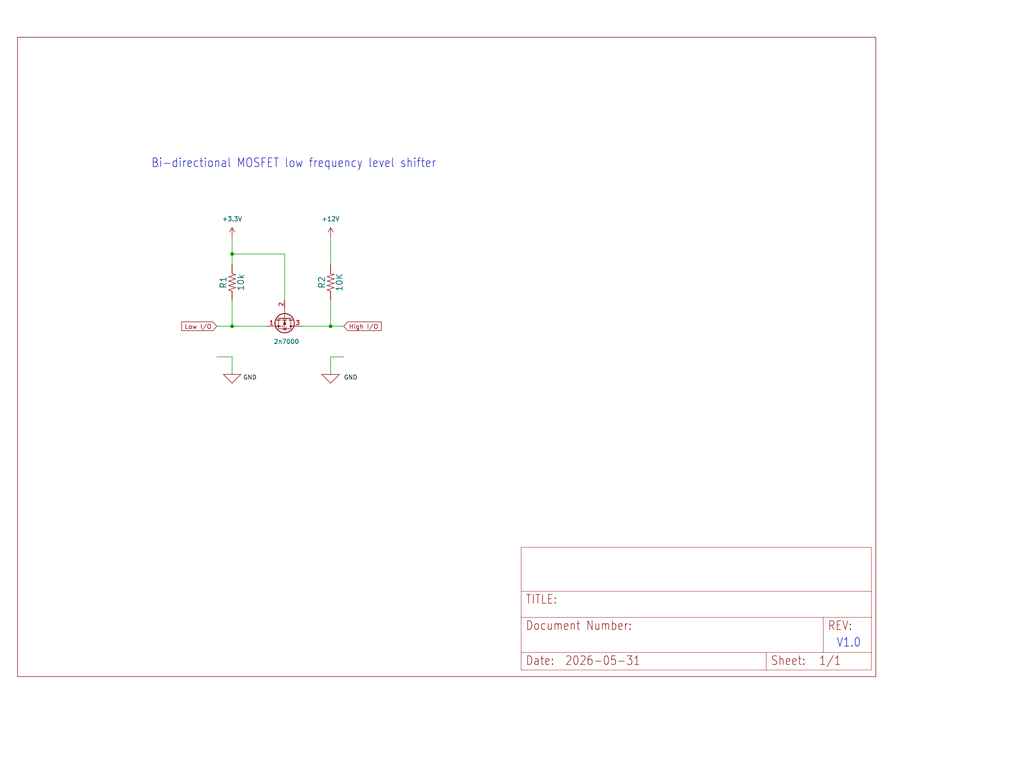
<source format=kicad_sch>
(kicad_sch (version 20230121) (generator eeschema)

  (uuid 07bc8a43-ef34-40fe-8ba7-fddfcc73abd4)

  (paper "User" 297.002 223.571)

  (lib_symbols
    (symbol "Transistor_FET:2N7000" (pin_names hide) (in_bom yes) (on_board yes)
      (property "Reference" "Q" (at 5.08 1.905 0)
        (effects (font (size 1.27 1.27)) (justify left))
      )
      (property "Value" "2N7000" (at 5.08 0 0)
        (effects (font (size 1.27 1.27)) (justify left))
      )
      (property "Footprint" "Package_TO_SOT_THT:TO-92_Inline" (at 5.08 -1.905 0)
        (effects (font (size 1.27 1.27) italic) (justify left) hide)
      )
      (property "Datasheet" "https://www.vishay.com/docs/70226/70226.pdf" (at 0 0 0)
        (effects (font (size 1.27 1.27)) (justify left) hide)
      )
      (property "ki_keywords" "N-Channel MOSFET Logic-Level" (at 0 0 0)
        (effects (font (size 1.27 1.27)) hide)
      )
      (property "ki_description" "0.2A Id, 200V Vds, N-Channel MOSFET, 2.6V Logic Level, TO-92" (at 0 0 0)
        (effects (font (size 1.27 1.27)) hide)
      )
      (property "ki_fp_filters" "TO?92*" (at 0 0 0)
        (effects (font (size 1.27 1.27)) hide)
      )
      (symbol "2N7000_0_1"
        (polyline
          (pts
            (xy 0.254 0)
            (xy -2.54 0)
          )
          (stroke (width 0) (type default))
          (fill (type none))
        )
        (polyline
          (pts
            (xy 0.254 1.905)
            (xy 0.254 -1.905)
          )
          (stroke (width 0.254) (type default))
          (fill (type none))
        )
        (polyline
          (pts
            (xy 0.762 -1.27)
            (xy 0.762 -2.286)
          )
          (stroke (width 0.254) (type default))
          (fill (type none))
        )
        (polyline
          (pts
            (xy 0.762 0.508)
            (xy 0.762 -0.508)
          )
          (stroke (width 0.254) (type default))
          (fill (type none))
        )
        (polyline
          (pts
            (xy 0.762 2.286)
            (xy 0.762 1.27)
          )
          (stroke (width 0.254) (type default))
          (fill (type none))
        )
        (polyline
          (pts
            (xy 2.54 2.54)
            (xy 2.54 1.778)
          )
          (stroke (width 0) (type default))
          (fill (type none))
        )
        (polyline
          (pts
            (xy 2.54 -2.54)
            (xy 2.54 0)
            (xy 0.762 0)
          )
          (stroke (width 0) (type default))
          (fill (type none))
        )
        (polyline
          (pts
            (xy 0.762 -1.778)
            (xy 3.302 -1.778)
            (xy 3.302 1.778)
            (xy 0.762 1.778)
          )
          (stroke (width 0) (type default))
          (fill (type none))
        )
        (polyline
          (pts
            (xy 1.016 0)
            (xy 2.032 0.381)
            (xy 2.032 -0.381)
            (xy 1.016 0)
          )
          (stroke (width 0) (type default))
          (fill (type outline))
        )
        (polyline
          (pts
            (xy 2.794 0.508)
            (xy 2.921 0.381)
            (xy 3.683 0.381)
            (xy 3.81 0.254)
          )
          (stroke (width 0) (type default))
          (fill (type none))
        )
        (polyline
          (pts
            (xy 3.302 0.381)
            (xy 2.921 -0.254)
            (xy 3.683 -0.254)
            (xy 3.302 0.381)
          )
          (stroke (width 0) (type default))
          (fill (type none))
        )
        (circle (center 1.651 0) (radius 2.794)
          (stroke (width 0.254) (type default))
          (fill (type none))
        )
        (circle (center 2.54 -1.778) (radius 0.254)
          (stroke (width 0) (type default))
          (fill (type outline))
        )
        (circle (center 2.54 1.778) (radius 0.254)
          (stroke (width 0) (type default))
          (fill (type outline))
        )
      )
      (symbol "2N7000_1_1"
        (pin passive line (at 2.54 -5.08 90) (length 2.54)
          (name "S" (effects (font (size 1.27 1.27))))
          (number "1" (effects (font (size 1.27 1.27))))
        )
        (pin input line (at -5.08 0 0) (length 2.54)
          (name "G" (effects (font (size 1.27 1.27))))
          (number "2" (effects (font (size 1.27 1.27))))
        )
        (pin passive line (at 2.54 5.08 270) (length 2.54)
          (name "D" (effects (font (size 1.27 1.27))))
          (number "3" (effects (font (size 1.27 1.27))))
        )
      )
    )
    (symbol "bi-directional_mosfet_level_shifter-eagle-import:10KOHM-HORIZ_KIT-1/4W-1%" (in_bom yes) (on_board yes)
      (property "Reference" "R" (at 0 1.524 0)
        (effects (font (size 1.778 1.778)) (justify bottom))
      )
      (property "Value" "" (at 0 -1.524 0)
        (effects (font (size 1.778 1.778)) (justify top))
      )
      (property "Footprint" "bi-directional_mosfet_level_shifter:AXIAL-0.3-KIT" (at 0 0 0)
        (effects (font (size 1.27 1.27)) hide)
      )
      (property "Datasheet" "" (at 0 0 0)
        (effects (font (size 1.27 1.27)) hide)
      )
      (property "ki_locked" "" (at 0 0 0)
        (effects (font (size 1.27 1.27)))
      )
      (symbol "10KOHM-HORIZ_KIT-1/4W-1%_1_0"
        (polyline
          (pts
            (xy -2.54 0)
            (xy -2.159 1.016)
          )
          (stroke (width 0.1524) (type solid))
          (fill (type none))
        )
        (polyline
          (pts
            (xy -2.159 1.016)
            (xy -1.524 -1.016)
          )
          (stroke (width 0.1524) (type solid))
          (fill (type none))
        )
        (polyline
          (pts
            (xy -1.524 -1.016)
            (xy -0.889 1.016)
          )
          (stroke (width 0.1524) (type solid))
          (fill (type none))
        )
        (polyline
          (pts
            (xy -0.889 1.016)
            (xy -0.254 -1.016)
          )
          (stroke (width 0.1524) (type solid))
          (fill (type none))
        )
        (polyline
          (pts
            (xy -0.254 -1.016)
            (xy 0.381 1.016)
          )
          (stroke (width 0.1524) (type solid))
          (fill (type none))
        )
        (polyline
          (pts
            (xy 0.381 1.016)
            (xy 1.016 -1.016)
          )
          (stroke (width 0.1524) (type solid))
          (fill (type none))
        )
        (polyline
          (pts
            (xy 1.016 -1.016)
            (xy 1.651 1.016)
          )
          (stroke (width 0.1524) (type solid))
          (fill (type none))
        )
        (polyline
          (pts
            (xy 1.651 1.016)
            (xy 2.286 -1.016)
          )
          (stroke (width 0.1524) (type solid))
          (fill (type none))
        )
        (polyline
          (pts
            (xy 2.286 -1.016)
            (xy 2.54 0)
          )
          (stroke (width 0.1524) (type solid))
          (fill (type none))
        )
        (pin passive line (at -5.08 0 0) (length 2.54)
          (name "1" (effects (font (size 0 0))))
          (number "P$1" (effects (font (size 0 0))))
        )
        (pin passive line (at 5.08 0 180) (length 2.54)
          (name "2" (effects (font (size 0 0))))
          (number "P$2" (effects (font (size 0 0))))
        )
      )
    )
    (symbol "bi-directional_mosfet_level_shifter-eagle-import:GND" (power) (in_bom yes) (on_board yes)
      (property "Reference" "#X_" (at 0 0 0)
        (effects (font (size 1.27 1.27)) hide)
      )
      (property "Value" "GND" (at 0 0 0)
        (effects (font (size 1.27 1.27)) hide)
      )
      (property "Footprint" "" (at 0 0 0)
        (effects (font (size 1.27 1.27)) hide)
      )
      (property "Datasheet" "" (at 0 0 0)
        (effects (font (size 1.27 1.27)) hide)
      )
      (property "ki_locked" "" (at 0 0 0)
        (effects (font (size 1.27 1.27)))
      )
      (symbol "GND_1_0"
        (polyline
          (pts
            (xy -2.54 0)
            (xy 2.54 0)
          )
          (stroke (width 0.1524) (type solid))
          (fill (type none))
        )
        (polyline
          (pts
            (xy 0 -2.54)
            (xy -2.54 0)
          )
          (stroke (width 0.1524) (type solid))
          (fill (type none))
        )
        (polyline
          (pts
            (xy 2.54 0)
            (xy 0 -2.54)
          )
          (stroke (width 0.1524) (type solid))
          (fill (type none))
        )
        (pin power_in line (at 0 0 0) (length 0)
          (name "0" (effects (font (size 0 0))))
          (number "1" (effects (font (size 0 0))))
        )
      )
    )
    (symbol "bi-directional_mosfet_level_shifter-eagle-import:LETTER_L" (in_bom yes) (on_board yes)
      (property "Reference" "#FRAME" (at 0 0 0)
        (effects (font (size 1.27 1.27)) hide)
      )
      (property "Value" "" (at 0 0 0)
        (effects (font (size 1.27 1.27)) hide)
      )
      (property "Footprint" "" (at 0 0 0)
        (effects (font (size 1.27 1.27)) hide)
      )
      (property "Datasheet" "" (at 0 0 0)
        (effects (font (size 1.27 1.27)) hide)
      )
      (property "ki_locked" "" (at 0 0 0)
        (effects (font (size 1.27 1.27)))
      )
      (symbol "LETTER_L_1_0"
        (polyline
          (pts
            (xy 0 0)
            (xy 248.92 0)
            (xy 248.92 185.42)
            (xy 0 185.42)
            (xy 0 0)
          )
          (stroke (width 0) (type default))
          (fill (type none))
        )
      )
      (symbol "LETTER_L_2_0"
        (polyline
          (pts
            (xy 0 0)
            (xy 0 5.08)
          )
          (stroke (width 0.1016) (type solid))
          (fill (type none))
        )
        (polyline
          (pts
            (xy 0 0)
            (xy 71.12 0)
          )
          (stroke (width 0.1016) (type solid))
          (fill (type none))
        )
        (polyline
          (pts
            (xy 0 5.08)
            (xy 0 15.24)
          )
          (stroke (width 0.1016) (type solid))
          (fill (type none))
        )
        (polyline
          (pts
            (xy 0 5.08)
            (xy 71.12 5.08)
          )
          (stroke (width 0.1016) (type solid))
          (fill (type none))
        )
        (polyline
          (pts
            (xy 0 15.24)
            (xy 0 22.86)
          )
          (stroke (width 0.1016) (type solid))
          (fill (type none))
        )
        (polyline
          (pts
            (xy 0 22.86)
            (xy 0 35.56)
          )
          (stroke (width 0.1016) (type solid))
          (fill (type none))
        )
        (polyline
          (pts
            (xy 0 22.86)
            (xy 101.6 22.86)
          )
          (stroke (width 0.1016) (type solid))
          (fill (type none))
        )
        (polyline
          (pts
            (xy 71.12 0)
            (xy 101.6 0)
          )
          (stroke (width 0.1016) (type solid))
          (fill (type none))
        )
        (polyline
          (pts
            (xy 71.12 5.08)
            (xy 71.12 0)
          )
          (stroke (width 0.1016) (type solid))
          (fill (type none))
        )
        (polyline
          (pts
            (xy 71.12 5.08)
            (xy 87.63 5.08)
          )
          (stroke (width 0.1016) (type solid))
          (fill (type none))
        )
        (polyline
          (pts
            (xy 87.63 5.08)
            (xy 101.6 5.08)
          )
          (stroke (width 0.1016) (type solid))
          (fill (type none))
        )
        (polyline
          (pts
            (xy 87.63 15.24)
            (xy 0 15.24)
          )
          (stroke (width 0.1016) (type solid))
          (fill (type none))
        )
        (polyline
          (pts
            (xy 87.63 15.24)
            (xy 87.63 5.08)
          )
          (stroke (width 0.1016) (type solid))
          (fill (type none))
        )
        (polyline
          (pts
            (xy 101.6 5.08)
            (xy 101.6 0)
          )
          (stroke (width 0.1016) (type solid))
          (fill (type none))
        )
        (polyline
          (pts
            (xy 101.6 15.24)
            (xy 87.63 15.24)
          )
          (stroke (width 0.1016) (type solid))
          (fill (type none))
        )
        (polyline
          (pts
            (xy 101.6 15.24)
            (xy 101.6 5.08)
          )
          (stroke (width 0.1016) (type solid))
          (fill (type none))
        )
        (polyline
          (pts
            (xy 101.6 22.86)
            (xy 101.6 15.24)
          )
          (stroke (width 0.1016) (type solid))
          (fill (type none))
        )
        (polyline
          (pts
            (xy 101.6 35.56)
            (xy 0 35.56)
          )
          (stroke (width 0.1016) (type solid))
          (fill (type none))
        )
        (polyline
          (pts
            (xy 101.6 35.56)
            (xy 101.6 22.86)
          )
          (stroke (width 0.1016) (type solid))
          (fill (type none))
        )
        (text "${#}/${##}" (at 86.36 1.27 0)
          (effects (font (size 2.54 2.159)) (justify left bottom))
        )
        (text "${CURRENT_DATE}" (at 12.7 1.27 0)
          (effects (font (size 2.54 2.159)) (justify left bottom))
        )
        (text "${PROJECTNAME}" (at 17.78 19.05 0)
          (effects (font (size 2.54 2.159)) (justify left bottom))
        )
        (text "Date:" (at 1.27 1.27 0)
          (effects (font (size 2.54 2.159)) (justify left bottom))
        )
        (text "Document Number:" (at 1.27 11.43 0)
          (effects (font (size 2.54 2.159)) (justify left bottom))
        )
        (text "REV:" (at 88.9 11.43 0)
          (effects (font (size 2.54 2.159)) (justify left bottom))
        )
        (text "Sheet:" (at 72.39 1.27 0)
          (effects (font (size 2.54 2.159)) (justify left bottom))
        )
        (text "TITLE:" (at 1.27 19.05 0)
          (effects (font (size 2.54 2.159)) (justify left bottom))
        )
      )
    )
    (symbol "power:+12V" (power) (pin_names (offset 0)) (in_bom yes) (on_board yes)
      (property "Reference" "#PWR" (at 0 -3.81 0)
        (effects (font (size 1.27 1.27)) hide)
      )
      (property "Value" "+12V" (at 0 3.556 0)
        (effects (font (size 1.27 1.27)))
      )
      (property "Footprint" "" (at 0 0 0)
        (effects (font (size 1.27 1.27)) hide)
      )
      (property "Datasheet" "" (at 0 0 0)
        (effects (font (size 1.27 1.27)) hide)
      )
      (property "ki_keywords" "global power" (at 0 0 0)
        (effects (font (size 1.27 1.27)) hide)
      )
      (property "ki_description" "Power symbol creates a global label with name \"+12V\"" (at 0 0 0)
        (effects (font (size 1.27 1.27)) hide)
      )
      (symbol "+12V_0_1"
        (polyline
          (pts
            (xy -0.762 1.27)
            (xy 0 2.54)
          )
          (stroke (width 0) (type default))
          (fill (type none))
        )
        (polyline
          (pts
            (xy 0 0)
            (xy 0 2.54)
          )
          (stroke (width 0) (type default))
          (fill (type none))
        )
        (polyline
          (pts
            (xy 0 2.54)
            (xy 0.762 1.27)
          )
          (stroke (width 0) (type default))
          (fill (type none))
        )
      )
      (symbol "+12V_1_1"
        (pin power_in line (at 0 0 90) (length 0) hide
          (name "+12V" (effects (font (size 1.27 1.27))))
          (number "1" (effects (font (size 1.27 1.27))))
        )
      )
    )
    (symbol "power:+3.3V" (power) (pin_names (offset 0)) (in_bom yes) (on_board yes)
      (property "Reference" "#PWR" (at 0 -3.81 0)
        (effects (font (size 1.27 1.27)) hide)
      )
      (property "Value" "+3.3V" (at 0 3.556 0)
        (effects (font (size 1.27 1.27)))
      )
      (property "Footprint" "" (at 0 0 0)
        (effects (font (size 1.27 1.27)) hide)
      )
      (property "Datasheet" "" (at 0 0 0)
        (effects (font (size 1.27 1.27)) hide)
      )
      (property "ki_keywords" "global power" (at 0 0 0)
        (effects (font (size 1.27 1.27)) hide)
      )
      (property "ki_description" "Power symbol creates a global label with name \"+3.3V\"" (at 0 0 0)
        (effects (font (size 1.27 1.27)) hide)
      )
      (symbol "+3.3V_0_1"
        (polyline
          (pts
            (xy -0.762 1.27)
            (xy 0 2.54)
          )
          (stroke (width 0) (type default))
          (fill (type none))
        )
        (polyline
          (pts
            (xy 0 0)
            (xy 0 2.54)
          )
          (stroke (width 0) (type default))
          (fill (type none))
        )
        (polyline
          (pts
            (xy 0 2.54)
            (xy 0.762 1.27)
          )
          (stroke (width 0) (type default))
          (fill (type none))
        )
      )
      (symbol "+3.3V_1_1"
        (pin power_in line (at 0 0 90) (length 0) hide
          (name "+3.3V" (effects (font (size 1.27 1.27))))
          (number "1" (effects (font (size 1.27 1.27))))
        )
      )
    )
  )

  (junction (at 67.31 73.66) (diameter 0) (color 0 0 0 0)
    (uuid 071de925-5471-46df-88d1-d06755542b3a)
  )
  (junction (at 67.31 94.615) (diameter 0) (color 0 0 0 0)
    (uuid 0a9325de-9117-4645-8190-e3e9b20c620c)
  )
  (junction (at 95.885 94.615) (diameter 0) (color 0 0 0 0)
    (uuid e32ba7db-9a73-4308-9b0d-969d0fbf9064)
  )

  (wire (pts (xy 95.885 86.995) (xy 95.885 94.615))
    (stroke (width 0) (type default))
    (uuid 193e05f3-2c74-472c-89a3-9ed5e8eda97d)
  )
  (wire (pts (xy 82.55 73.66) (xy 82.55 86.995))
    (stroke (width 0) (type default))
    (uuid 28f4fc0e-9a93-4cad-831f-d648ef520e66)
  )
  (wire (pts (xy 67.31 73.66) (xy 82.55 73.66))
    (stroke (width 0) (type default))
    (uuid 3048f44f-acaa-43dc-a1f8-e82ce013b5cb)
  )
  (wire (pts (xy 67.31 103.505) (xy 67.31 108.585))
    (stroke (width 0) (type default))
    (uuid 34159be9-228f-45fe-bad2-e80b63c5eb8f)
  )
  (wire (pts (xy 95.885 68.58) (xy 95.885 76.835))
    (stroke (width 0) (type default))
    (uuid 403a78ed-cd05-47b2-989d-d45c9c5c2e07)
  )
  (wire (pts (xy 67.31 73.66) (xy 67.31 76.835))
    (stroke (width 0) (type default))
    (uuid 44596d3c-15fd-4ccb-ac59-1539bd63510b)
  )
  (wire (pts (xy 62.865 103.505) (xy 67.31 103.505))
    (stroke (width 0) (type default))
    (uuid 480e59a6-8f80-4e60-a7fd-006e08df8a61)
  )
  (wire (pts (xy 67.31 94.615) (xy 77.47 94.615))
    (stroke (width 0) (type default))
    (uuid 7dd65ad2-1ccd-40c8-b21b-a7b4c9db46da)
  )
  (wire (pts (xy 95.885 103.505) (xy 99.695 103.505))
    (stroke (width 0) (type default))
    (uuid 92fe1e6f-1aad-4ecd-b3f1-8f078702baa0)
  )
  (wire (pts (xy 62.865 94.615) (xy 67.31 94.615))
    (stroke (width 0) (type default))
    (uuid 9ef69168-fe46-44d6-ab5a-4612d2bf280c)
  )
  (wire (pts (xy 95.885 94.615) (xy 99.695 94.615))
    (stroke (width 0) (type default))
    (uuid a68a8be7-c315-4af4-b5ce-4ce7fd096f27)
  )
  (wire (pts (xy 95.885 94.615) (xy 87.63 94.615))
    (stroke (width 0) (type default))
    (uuid b4a866d2-5f18-4a98-b7d3-d423a49c8c26)
  )
  (wire (pts (xy 67.31 68.58) (xy 67.31 73.66))
    (stroke (width 0) (type default))
    (uuid bd76c525-561d-4d4c-9235-a5963909e561)
  )
  (wire (pts (xy 67.31 86.995) (xy 67.31 94.615))
    (stroke (width 0) (type default))
    (uuid fb49d536-3b93-49fc-ab31-dee635eed4c3)
  )
  (wire (pts (xy 95.885 103.505) (xy 95.885 108.585))
    (stroke (width 0) (type default))
    (uuid fb5a7a19-7606-4615-8840-14dc04383224)
  )

  (text "Bi-directional MOSFET low frequency level shifter" (at 43.815 48.895 0)
    (effects (font (size 2.54 2.159)) (justify left bottom))
    (uuid 002d63d7-daa9-4037-93ad-ce4cf71daad0)
  )
  (text "V1.0" (at 242.57 187.96 0)
    (effects (font (size 2.54 2.159)) (justify left bottom))
    (uuid 9dc2a167-2f75-4829-8e94-a1e687f08b8f)
  )

  (label "GND" (at 99.695 110.49 0) (fields_autoplaced)
    (effects (font (size 1.2446 1.2446)) (justify left bottom))
    (uuid 58d0a814-8188-493b-8af4-17f1f5b9b385)
  )
  (label "GND" (at 70.485 110.49 0) (fields_autoplaced)
    (effects (font (size 1.2446 1.2446)) (justify left bottom))
    (uuid 757de593-ae2a-4c78-b8f3-66d175885501)
  )

  (global_label "High I{slash}O" (shape input) (at 99.695 94.615 0) (fields_autoplaced)
    (effects (font (size 1.27 1.27)) (justify left))
    (uuid 07e6b260-5661-4c7e-b43d-153480e455f6)
    (property "Intersheetrefs" "${INTERSHEET_REFS}" (at 111.1469 94.615 0)
      (effects (font (size 1.27 1.27)) (justify left) hide)
    )
  )
  (global_label "Low I{slash}O" (shape input) (at 62.865 94.615 180) (fields_autoplaced)
    (effects (font (size 1.27 1.27)) (justify right))
    (uuid 8b0131dd-f4ab-46a0-8b9f-ac5ac7cabfa4)
    (property "Intersheetrefs" "${INTERSHEET_REFS}" (at 52.1388 94.615 0)
      (effects (font (size 1.27 1.27)) (justify right) hide)
    )
  )

  (symbol (lib_id "power:+3.3V") (at 67.31 68.58 0) (unit 1)
    (in_bom yes) (on_board yes) (dnp no) (fields_autoplaced)
    (uuid 4d816cca-3519-49ad-a0db-75a964503a94)
    (property "Reference" "#PWR01" (at 67.31 72.39 0)
      (effects (font (size 1.27 1.27)) hide)
    )
    (property "Value" "+3.3V" (at 67.31 63.5 0)
      (effects (font (size 1.27 1.27)))
    )
    (property "Footprint" "" (at 67.31 68.58 0)
      (effects (font (size 1.27 1.27)) hide)
    )
    (property "Datasheet" "" (at 67.31 68.58 0)
      (effects (font (size 1.27 1.27)) hide)
    )
    (pin "1" (uuid 7a94eb98-bd08-4010-aaf8-15beb16bc16e))
    (instances
      (project "bi-directional_mosfet_level_shifter"
        (path "/07bc8a43-ef34-40fe-8ba7-fddfcc73abd4"
          (reference "#PWR01") (unit 1)
        )
      )
    )
  )

  (symbol (lib_id "bi-directional_mosfet_level_shifter-eagle-import:10KOHM-HORIZ_KIT-1/4W-1%") (at 67.31 81.915 90) (unit 1)
    (in_bom yes) (on_board yes) (dnp no)
    (uuid 54045798-a152-4ce9-a139-8e8a101b4b8b)
    (property "Reference" "R1" (at 65.786 81.915 0)
      (effects (font (size 1.778 1.778)) (justify bottom))
    )
    (property "Value" "10k" (at 68.834 81.915 0)
      (effects (font (size 1.778 1.778)) (justify top))
    )
    (property "Footprint" "bi-directional_mosfet_level_shifter:AXIAL-0.3-KIT" (at 67.31 81.915 0)
      (effects (font (size 1.27 1.27)) hide)
    )
    (property "Datasheet" "" (at 67.31 81.915 0)
      (effects (font (size 1.27 1.27)) hide)
    )
    (pin "P$2" (uuid 7287820e-9a43-4df9-8327-12148b41afd3))
    (pin "P$1" (uuid abddccaf-3a0c-4259-bd1c-7d6fe8c28374))
    (instances
      (project "bi-directional_mosfet_level_shifter"
        (path "/07bc8a43-ef34-40fe-8ba7-fddfcc73abd4"
          (reference "R1") (unit 1)
        )
      )
    )
  )

  (symbol (lib_id "bi-directional_mosfet_level_shifter-eagle-import:10KOHM-HORIZ_KIT-1/4W-1%") (at 95.885 81.915 90) (unit 1)
    (in_bom yes) (on_board yes) (dnp no)
    (uuid 79a0258e-ebf7-4c3f-9062-6eb1586194ab)
    (property "Reference" "R2" (at 94.361 81.915 0)
      (effects (font (size 1.778 1.778)) (justify bottom))
    )
    (property "Value" "10K" (at 97.409 81.915 0)
      (effects (font (size 1.778 1.778)) (justify top))
    )
    (property "Footprint" "bi-directional_mosfet_level_shifter:AXIAL-0.3-KIT" (at 95.885 81.915 0)
      (effects (font (size 1.27 1.27)) hide)
    )
    (property "Datasheet" "" (at 95.885 81.915 0)
      (effects (font (size 1.27 1.27)) hide)
    )
    (pin "P$1" (uuid 882123ab-ac44-4ff8-9a55-d1ecc5c6c62c))
    (pin "P$2" (uuid 2be94aea-4f9d-4d7c-86b9-bc27cead92ad))
    (instances
      (project "bi-directional_mosfet_level_shifter"
        (path "/07bc8a43-ef34-40fe-8ba7-fddfcc73abd4"
          (reference "R2") (unit 1)
        )
      )
    )
  )

  (symbol (lib_id "bi-directional_mosfet_level_shifter-eagle-import:GND") (at 95.885 108.585 0) (unit 1)
    (in_bom yes) (on_board yes) (dnp no)
    (uuid 7e29a0b5-bac7-41e1-a9db-b39588d29ace)
    (property "Reference" "#X_03" (at 95.885 108.585 0)
      (effects (font (size 1.27 1.27)) hide)
    )
    (property "Value" "GND" (at 95.885 108.585 0)
      (effects (font (size 1.27 1.27)) hide)
    )
    (property "Footprint" "" (at 95.885 108.585 0)
      (effects (font (size 1.27 1.27)) hide)
    )
    (property "Datasheet" "" (at 95.885 108.585 0)
      (effects (font (size 1.27 1.27)) hide)
    )
    (pin "1" (uuid a162ed2c-6c1f-40ee-9a44-ff8f0889fead))
    (instances
      (project "bi-directional_mosfet_level_shifter"
        (path "/07bc8a43-ef34-40fe-8ba7-fddfcc73abd4"
          (reference "#X_03") (unit 1)
        )
      )
    )
  )

  (symbol (lib_id "bi-directional_mosfet_level_shifter-eagle-import:GND") (at 67.31 108.585 0) (unit 1)
    (in_bom yes) (on_board yes) (dnp no)
    (uuid 8ea99465-e47f-4c5d-b44f-52c407308507)
    (property "Reference" "#X_02" (at 67.31 108.585 0)
      (effects (font (size 1.27 1.27)) hide)
    )
    (property "Value" "GND" (at 67.31 108.585 0)
      (effects (font (size 1.27 1.27)) hide)
    )
    (property "Footprint" "" (at 67.31 108.585 0)
      (effects (font (size 1.27 1.27)) hide)
    )
    (property "Datasheet" "" (at 67.31 108.585 0)
      (effects (font (size 1.27 1.27)) hide)
    )
    (pin "1" (uuid 90eb57cf-4ce9-49af-9f08-612014418cc4))
    (instances
      (project "bi-directional_mosfet_level_shifter"
        (path "/07bc8a43-ef34-40fe-8ba7-fddfcc73abd4"
          (reference "#X_02") (unit 1)
        )
      )
    )
  )

  (symbol (lib_id "bi-directional_mosfet_level_shifter-eagle-import:LETTER_L") (at 151.13 194.31 0) (unit 2)
    (in_bom yes) (on_board yes) (dnp no)
    (uuid b50c931c-b8e1-47b9-8176-ceff73e5e01c)
    (property "Reference" "#FRAME1" (at 151.13 194.31 0)
      (effects (font (size 1.27 1.27)) hide)
    )
    (property "Value" "Bi directional level shifter" (at 151.13 194.31 0)
      (effects (font (size 1.27 1.27)) hide)
    )
    (property "Footprint" "" (at 151.13 194.31 0)
      (effects (font (size 1.27 1.27)) hide)
    )
    (property "Datasheet" "" (at 151.13 194.31 0)
      (effects (font (size 1.27 1.27)) hide)
    )
    (property "FRAME_NAME" "Bi-Directional Level Shifter - MOSFET Low Frequency" (at 151.13 194.31 0)
      (effects (font (size 1.27 1.27)) hide)
    )
    (instances
      (project "bi-directional_mosfet_level_shifter"
        (path "/07bc8a43-ef34-40fe-8ba7-fddfcc73abd4"
          (reference "#FRAME1") (unit 2)
        )
      )
    )
  )

  (symbol (lib_id "bi-directional_mosfet_level_shifter-eagle-import:LETTER_L") (at 254 10.795 180) (unit 1)
    (in_bom yes) (on_board yes) (dnp no)
    (uuid d9ce1987-5347-4a86-b6fd-3557ce355509)
    (property "Reference" "#FRAME1" (at 254 10.795 0)
      (effects (font (size 1.27 1.27)) hide)
    )
    (property "Value" "Bi directional level shifter" (at 254 10.795 0)
      (effects (font (size 1.27 1.27)) hide)
    )
    (property "Footprint" "" (at 254 10.795 0)
      (effects (font (size 1.27 1.27)) hide)
    )
    (property "Datasheet" "" (at 254 10.795 0)
      (effects (font (size 1.27 1.27)) hide)
    )
    (property "FRAME_NAME" "Bi-Directional Level Shifter - MOSFET Low Frequency" (at 91.44 28.575 0)
      (effects (font (size 1.27 1.27)) (justify left bottom) hide)
    )
    (instances
      (project "bi-directional_mosfet_level_shifter"
        (path "/07bc8a43-ef34-40fe-8ba7-fddfcc73abd4"
          (reference "#FRAME1") (unit 1)
        )
      )
    )
  )

  (symbol (lib_id "Transistor_FET:2N7000") (at 82.55 92.075 270) (unit 1)
    (in_bom yes) (on_board yes) (dnp no)
    (uuid e8716552-303a-42a7-a35d-ae32dcc8b9bc)
    (property "Reference" "2n7000" (at 79.375 99.06 90)
      (effects (font (size 1.27 1.27)) (justify left))
    )
    (property "Value" "TO-92" (at 79.375 101.6 90)
      (effects (font (size 1.27 1.27)) (justify left) hide)
    )
    (property "Footprint" "Package_TO_SOT_THT:TO-92_Inline" (at 80.645 97.155 0)
      (effects (font (size 1.27 1.27)) (justify left) hide)
    )
    (property "Datasheet" "https://www.vishay.com/docs/70226/70226.pdf" (at 82.55 92.075 0)
      (effects (font (size 1.27 1.27)) (justify left) hide)
    )
    (pin "2" (uuid 6c6288f0-de2e-486f-bddc-39bc7bcc9faf))
    (pin "1" (uuid 0c0bac4a-60e5-4cf0-bf74-10bc52caa9fd))
    (pin "3" (uuid 1045e02e-6a00-41f1-94b5-0920eb0f357b))
    (instances
      (project "bi-directional_mosfet_level_shifter"
        (path "/07bc8a43-ef34-40fe-8ba7-fddfcc73abd4"
          (reference "2n7000") (unit 1)
        )
      )
    )
  )

  (symbol (lib_id "power:+12V") (at 95.885 68.58 0) (unit 1)
    (in_bom yes) (on_board yes) (dnp no) (fields_autoplaced)
    (uuid eac9964c-b485-4806-9336-e3e1a301c99b)
    (property "Reference" "#PWR02" (at 95.885 72.39 0)
      (effects (font (size 1.27 1.27)) hide)
    )
    (property "Value" "+12V" (at 95.885 63.5 0)
      (effects (font (size 1.27 1.27)))
    )
    (property "Footprint" "" (at 95.885 68.58 0)
      (effects (font (size 1.27 1.27)) hide)
    )
    (property "Datasheet" "" (at 95.885 68.58 0)
      (effects (font (size 1.27 1.27)) hide)
    )
    (pin "1" (uuid fe2557f3-c932-417e-8b36-f5804cf84cc3))
    (instances
      (project "bi-directional_mosfet_level_shifter"
        (path "/07bc8a43-ef34-40fe-8ba7-fddfcc73abd4"
          (reference "#PWR02") (unit 1)
        )
      )
    )
  )

  (sheet_instances
    (path "/" (page "1"))
  )
)

</source>
